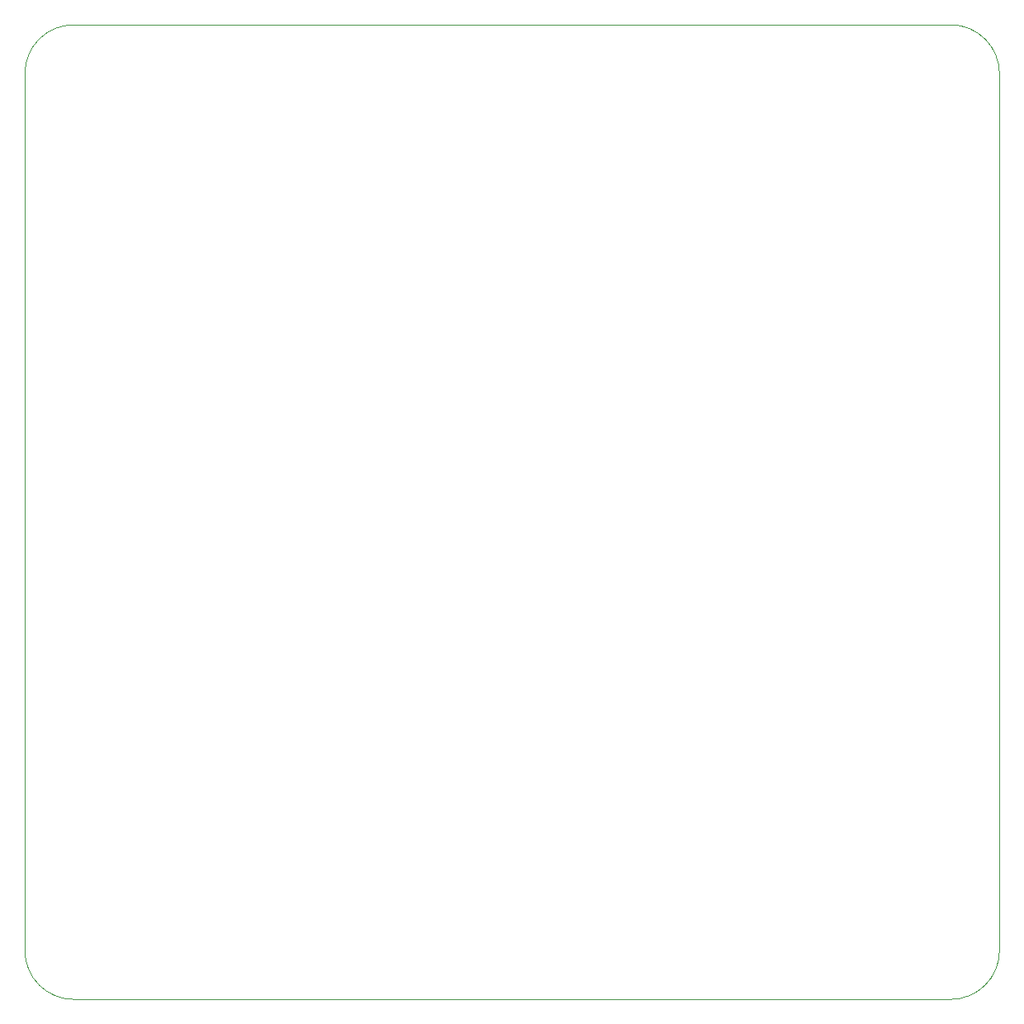
<source format=gbr>
G04 #@! TF.GenerationSoftware,KiCad,Pcbnew,(5.1.5)-3*
G04 #@! TF.CreationDate,2022-02-09T23:25:39-03:00*
G04 #@! TF.ProjectId,envcity_pcb,656e7663-6974-4795-9f70-63622e6b6963,rev?*
G04 #@! TF.SameCoordinates,Original*
G04 #@! TF.FileFunction,Profile,NP*
%FSLAX46Y46*%
G04 Gerber Fmt 4.6, Leading zero omitted, Abs format (unit mm)*
G04 Created by KiCad (PCBNEW (5.1.5)-3) date 2022-02-09 23:25:39*
%MOMM*%
%LPD*%
G04 APERTURE LIST*
%ADD10C,0.050000*%
%ADD11C,0.100000*%
G04 APERTURE END LIST*
D10*
X174000000Y-136000999D02*
X84000000Y-136000999D01*
X173999001Y-36000000D02*
X84000999Y-35999001D01*
X173999001Y-36000000D02*
G75*
G02X179000000Y-41000999I0J-5000999D01*
G01*
X84000000Y-136000000D02*
G75*
G02X78999001Y-130999001I0J5000999D01*
G01*
X179000999Y-131000000D02*
G75*
G02X174000000Y-136000999I-5000999J0D01*
G01*
X79000000Y-41000000D02*
G75*
G02X84000999Y-35999001I5000999J0D01*
G01*
D11*
X179000000Y-41000999D02*
X179000999Y-131000000D01*
X78999001Y-130999001D02*
X79000000Y-41000000D01*
M02*

</source>
